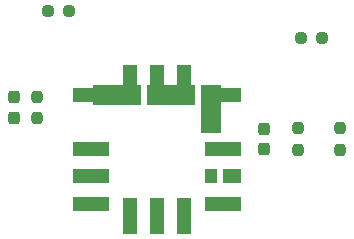
<source format=gbr>
%TF.GenerationSoftware,KiCad,Pcbnew,8.0.5*%
%TF.CreationDate,2024-09-27T00:24:26+09:00*%
%TF.ProjectId,____,fb90fa7f-2e6b-4696-9361-645f70636258,rev?*%
%TF.SameCoordinates,Original*%
%TF.FileFunction,Paste,Top*%
%TF.FilePolarity,Positive*%
%FSLAX46Y46*%
G04 Gerber Fmt 4.6, Leading zero omitted, Abs format (unit mm)*
G04 Created by KiCad (PCBNEW 8.0.5) date 2024-09-27 00:24:26*
%MOMM*%
%LPD*%
G01*
G04 APERTURE LIST*
G04 Aperture macros list*
%AMRoundRect*
0 Rectangle with rounded corners*
0 $1 Rounding radius*
0 $2 $3 $4 $5 $6 $7 $8 $9 X,Y pos of 4 corners*
0 Add a 4 corners polygon primitive as box body*
4,1,4,$2,$3,$4,$5,$6,$7,$8,$9,$2,$3,0*
0 Add four circle primitives for the rounded corners*
1,1,$1+$1,$2,$3*
1,1,$1+$1,$4,$5*
1,1,$1+$1,$6,$7*
1,1,$1+$1,$8,$9*
0 Add four rect primitives between the rounded corners*
20,1,$1+$1,$2,$3,$4,$5,0*
20,1,$1+$1,$4,$5,$6,$7,0*
20,1,$1+$1,$6,$7,$8,$9,0*
20,1,$1+$1,$8,$9,$2,$3,0*%
%AMOutline4P*
0 Free polygon, 4 corners , with rotation*
0 The origin of the aperture is its center*
0 number of corners: always 4*
0 $1 to $8 corner X, Y*
0 $9 Rotation angle, in degrees counterclockwise*
0 create outline with 4 corners*
4,1,4,$1,$2,$3,$4,$5,$6,$7,$8,$1,$2,$9*%
G04 Aperture macros list end*
%ADD10RoundRect,0.237500X-0.237500X0.250000X-0.237500X-0.250000X0.237500X-0.250000X0.237500X0.250000X0*%
%ADD11Outline4P,-1.500000X-0.600000X1.500000X-0.600000X1.500000X0.600000X-1.500000X0.600000X0.000000*%
%ADD12Outline4P,-2.035000X-0.885000X2.035000X-0.885000X2.035000X0.885000X-2.035000X0.885000X0.000000*%
%ADD13Outline4P,-0.600000X-1.500000X0.600000X-1.500000X0.600000X1.500000X-0.600000X1.500000X0.000000*%
%ADD14Outline4P,-0.885000X-2.035000X0.885000X-2.035000X0.885000X2.035000X-0.885000X2.035000X0.000000*%
%ADD15Outline4P,-0.750000X-0.600000X0.750000X-0.600000X0.750000X0.600000X-0.750000X0.600000X0.000000*%
%ADD16Outline4P,-0.500000X-0.600000X0.500000X-0.600000X0.500000X0.600000X-0.500000X0.600000X0.000000*%
%ADD17RoundRect,0.237500X-0.250000X-0.237500X0.250000X-0.237500X0.250000X0.237500X-0.250000X0.237500X0*%
%ADD18RoundRect,0.237500X-0.237500X0.300000X-0.237500X-0.300000X0.237500X-0.300000X0.237500X0.300000X0*%
%ADD19RoundRect,0.237500X0.237500X-0.250000X0.237500X0.250000X-0.237500X0.250000X-0.237500X-0.250000X0*%
%ADD20RoundRect,0.237500X0.250000X0.237500X-0.250000X0.237500X-0.250000X-0.237500X0.250000X-0.237500X0*%
G04 APERTURE END LIST*
D10*
%TO.C,R1*%
X57630000Y-122791500D03*
X57630000Y-124616500D03*
%TD*%
%TO.C,R2*%
X79728000Y-125458500D03*
X79728000Y-127283500D03*
%TD*%
D11*
%TO.C,U1*%
X62190000Y-127260000D03*
X62190000Y-122680000D03*
D12*
X64355000Y-122680000D03*
D13*
X65500000Y-121660000D03*
X67790000Y-121660000D03*
D12*
X68935000Y-122680000D03*
D13*
X70080000Y-121660000D03*
D14*
X72390000Y-123825000D03*
D11*
X73390000Y-122680000D03*
X73390000Y-127260000D03*
X73390000Y-131840000D03*
D13*
X67790000Y-132860000D03*
X65500000Y-132860000D03*
D11*
X62190000Y-131840000D03*
X62190000Y-129550000D03*
D15*
X74140000Y-129550000D03*
D13*
X70080000Y-132860000D03*
D16*
X72390000Y-129550000D03*
%TD*%
D17*
%TO.C,R4*%
X79963000Y-117856000D03*
X81788000Y-117856000D03*
%TD*%
D18*
%TO.C,C2*%
X76807000Y-125508500D03*
X76807000Y-127233500D03*
%TD*%
D19*
%TO.C,R3*%
X83284000Y-127283500D03*
X83284000Y-125458500D03*
%TD*%
D20*
%TO.C,R5*%
X60348500Y-115570000D03*
X58523500Y-115570000D03*
%TD*%
D18*
%TO.C,C1*%
X55676800Y-122835500D03*
X55676800Y-124560500D03*
%TD*%
M02*

</source>
